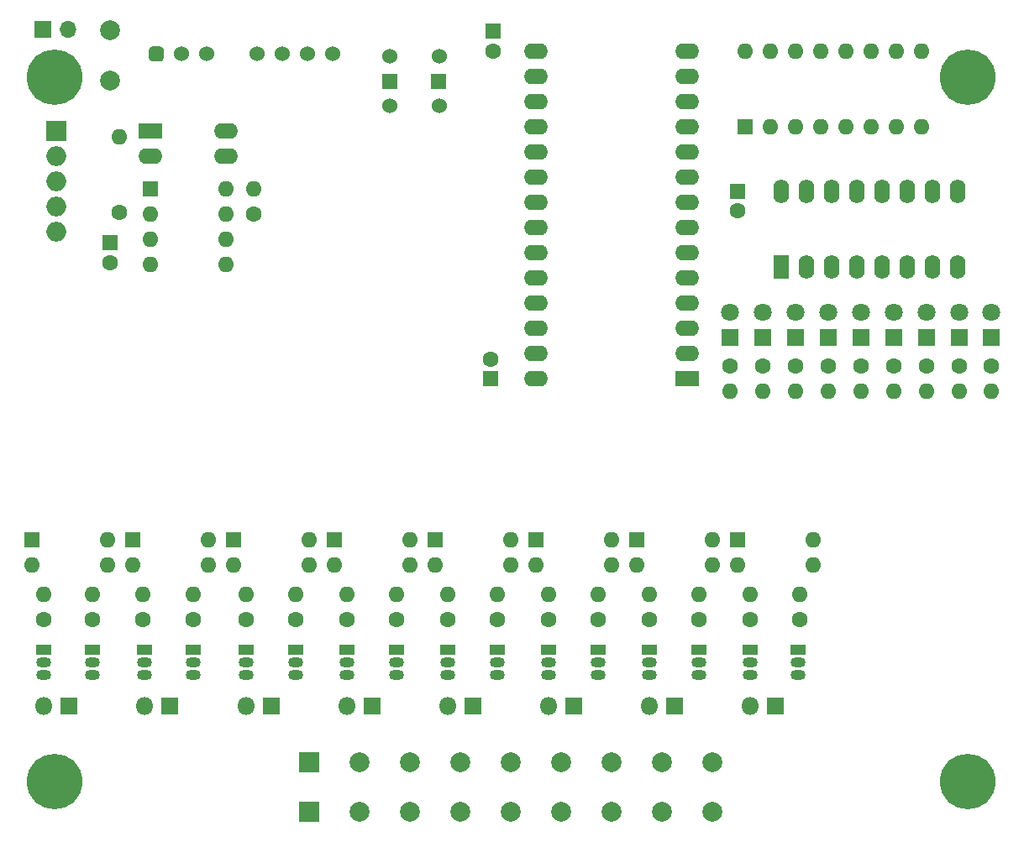
<source format=gbs>
G04 #@! TF.GenerationSoftware,KiCad,Pcbnew,5.1.10-88a1d61d58~90~ubuntu20.04.1*
G04 #@! TF.CreationDate,2022-11-06T15:19:46+00:00*
G04 #@! TF.ProjectId,PDJRSIM,53494d31-3038-42e6-9b69-6361645f7063,221101*
G04 #@! TF.SameCoordinates,Original*
G04 #@! TF.FileFunction,Soldermask,Bot*
G04 #@! TF.FilePolarity,Negative*
%FSLAX46Y46*%
G04 Gerber Fmt 4.6, Leading zero omitted, Abs format (unit mm)*
G04 Created by KiCad (PCBNEW 5.1.10-88a1d61d58~90~ubuntu20.04.1) date 2022-11-06 15:19:46*
%MOMM*%
%LPD*%
G01*
G04 APERTURE LIST*
%ADD10C,1.524000*%
%ADD11R,2.000000X2.000000*%
%ADD12C,2.000000*%
%ADD13C,1.600000*%
%ADD14R,1.600000X1.600000*%
%ADD15C,3.600000*%
%ADD16C,5.600000*%
%ADD17R,1.500000X1.500000*%
%ADD18O,1.600000X1.600000*%
%ADD19R,1.500000X1.050000*%
%ADD20O,1.500000X1.050000*%
%ADD21C,1.800000*%
%ADD22R,1.800000X1.800000*%
%ADD23O,2.000000X2.000000*%
%ADD24O,1.800000X1.800000*%
%ADD25O,2.400000X1.600000*%
%ADD26R,2.400000X1.600000*%
%ADD27O,1.600000X2.400000*%
%ADD28R,1.600000X2.400000*%
%ADD29O,1.700000X1.700000*%
%ADD30R,1.700000X1.700000*%
G04 APERTURE END LIST*
D10*
X57709000Y-29820000D03*
X62709000Y-29820000D03*
X57709000Y-24820000D03*
X62709000Y-24820000D03*
D11*
X49657000Y-101067000D03*
D12*
X54737000Y-101067000D03*
X59817000Y-101067000D03*
X64897000Y-101067000D03*
X69977000Y-101067000D03*
X75057000Y-101067000D03*
X80137000Y-101067000D03*
X85217000Y-101067000D03*
X90297000Y-101067000D03*
X59817000Y-96067000D03*
X90297000Y-96067000D03*
D11*
X49657000Y-96067000D03*
D12*
X80137000Y-96067000D03*
X85217000Y-96067000D03*
X69977000Y-96067000D03*
X54737000Y-96067000D03*
X75057000Y-96067000D03*
X64897000Y-96067000D03*
G36*
G01*
X33452000Y-24994000D02*
X33452000Y-24232000D01*
G75*
G02*
X33833000Y-23851000I381000J0D01*
G01*
X34595000Y-23851000D01*
G75*
G02*
X34976000Y-24232000I0J-381000D01*
G01*
X34976000Y-24994000D01*
G75*
G02*
X34595000Y-25375000I-381000J0D01*
G01*
X33833000Y-25375000D01*
G75*
G02*
X33452000Y-24994000I0J381000D01*
G01*
G37*
D10*
X36754000Y-24613000D03*
X39294000Y-24613000D03*
X44374000Y-24613000D03*
X46914000Y-24613000D03*
X49454000Y-24613000D03*
X51994000Y-24613000D03*
D13*
X68123000Y-24327000D03*
D14*
X68123000Y-22327000D03*
D15*
X116002500Y-97994000D03*
D16*
X116002500Y-97994000D03*
X24002500Y-97994000D03*
D15*
X24002500Y-97994000D03*
D17*
X57721500Y-27343500D03*
X62674500Y-27343500D03*
D18*
X115125500Y-58649000D03*
D13*
X115125500Y-56109000D03*
D18*
X111823500Y-58649000D03*
D13*
X111823500Y-56109000D03*
D18*
X108521500Y-58649000D03*
D13*
X108521500Y-56109000D03*
D18*
X105219500Y-58649000D03*
D13*
X105219500Y-56109000D03*
D18*
X101917500Y-58649000D03*
D13*
X101917500Y-56109000D03*
D18*
X98615500Y-58649000D03*
D13*
X98615500Y-56109000D03*
D18*
X95313500Y-58649000D03*
D13*
X95313500Y-56109000D03*
D18*
X92011500Y-58649000D03*
D13*
X92011500Y-56109000D03*
D19*
X83947000Y-84684000D03*
D20*
X83947000Y-87224000D03*
X83947000Y-85954000D03*
D18*
X43993000Y-38202000D03*
D13*
X43993000Y-40742000D03*
X67945000Y-55379000D03*
D14*
X67945000Y-57379000D03*
D18*
X118364000Y-58649000D03*
D13*
X118364000Y-56109000D03*
D21*
X118364000Y-50648000D03*
D22*
X118364000Y-53188000D03*
D18*
X80137000Y-73635000D03*
X72517000Y-76175000D03*
X80137000Y-76175000D03*
D14*
X72517000Y-73635000D03*
D18*
X100457000Y-73635000D03*
X92837000Y-76175000D03*
X100457000Y-76175000D03*
D14*
X92837000Y-73635000D03*
D18*
X90297000Y-73635000D03*
X82677000Y-76175000D03*
X90297000Y-76175000D03*
D14*
X82677000Y-73635000D03*
D18*
X69977000Y-73635000D03*
X62357000Y-76175000D03*
X69977000Y-76175000D03*
D14*
X62357000Y-73635000D03*
D18*
X59817000Y-73635000D03*
X52197000Y-76175000D03*
X59817000Y-76175000D03*
D14*
X52197000Y-73635000D03*
D18*
X49657000Y-73635000D03*
X42037000Y-76175000D03*
X49657000Y-76175000D03*
D14*
X42037000Y-73635000D03*
D18*
X39497000Y-73635000D03*
X31877000Y-76175000D03*
X39497000Y-76175000D03*
D14*
X31877000Y-73635000D03*
D18*
X29337000Y-73635000D03*
X21717000Y-76175000D03*
X29337000Y-76175000D03*
D14*
X21717000Y-73635000D03*
D18*
X94107000Y-79096000D03*
D13*
X94107000Y-81636000D03*
D18*
X99060000Y-79096000D03*
D13*
X99060000Y-81636000D03*
D18*
X83947000Y-79096000D03*
D13*
X83947000Y-81636000D03*
D18*
X88900000Y-79096000D03*
D13*
X88900000Y-81636000D03*
D18*
X73787000Y-79096000D03*
D13*
X73787000Y-81636000D03*
D18*
X78740000Y-79096000D03*
D13*
X78740000Y-81636000D03*
D18*
X63627000Y-79096000D03*
D13*
X63627000Y-81636000D03*
D18*
X68580000Y-79096000D03*
D13*
X68580000Y-81636000D03*
D18*
X53467000Y-79096000D03*
D13*
X53467000Y-81636000D03*
D18*
X58420000Y-79096000D03*
D13*
X58420000Y-81636000D03*
D18*
X43307000Y-79096000D03*
D13*
X43307000Y-81636000D03*
D18*
X48260000Y-79096000D03*
D13*
X48260000Y-81636000D03*
D18*
X32893000Y-79096000D03*
D13*
X32893000Y-81636000D03*
D18*
X37973000Y-79096000D03*
D13*
X37973000Y-81636000D03*
D18*
X22860000Y-79096000D03*
D13*
X22860000Y-81636000D03*
D18*
X27813000Y-79096000D03*
D13*
X27813000Y-81636000D03*
D18*
X30480000Y-32995000D03*
D13*
X30480000Y-40615000D03*
D19*
X98933000Y-84684000D03*
D20*
X98933000Y-87224000D03*
X98933000Y-85954000D03*
D19*
X94107000Y-84684000D03*
D20*
X94107000Y-87224000D03*
X94107000Y-85954000D03*
D19*
X88900000Y-84684000D03*
D20*
X88900000Y-87224000D03*
X88900000Y-85954000D03*
D19*
X78740000Y-84684000D03*
D20*
X78740000Y-87224000D03*
X78740000Y-85954000D03*
D19*
X73787000Y-84684000D03*
D20*
X73787000Y-87224000D03*
X73787000Y-85954000D03*
D19*
X68580000Y-84684000D03*
D20*
X68580000Y-87224000D03*
X68580000Y-85954000D03*
D19*
X63627000Y-84684000D03*
D20*
X63627000Y-87224000D03*
X63627000Y-85954000D03*
D19*
X58420000Y-84684000D03*
D20*
X58420000Y-87224000D03*
X58420000Y-85954000D03*
D19*
X53467000Y-84684000D03*
D20*
X53467000Y-87224000D03*
X53467000Y-85954000D03*
D19*
X48260000Y-84684000D03*
D20*
X48260000Y-87224000D03*
X48260000Y-85954000D03*
D19*
X43307000Y-84684000D03*
D20*
X43307000Y-87224000D03*
X43307000Y-85954000D03*
D19*
X37973000Y-84684000D03*
D20*
X37973000Y-87224000D03*
X37973000Y-85954000D03*
D19*
X33020000Y-84684000D03*
D20*
X33020000Y-87224000D03*
X33020000Y-85954000D03*
D19*
X27813000Y-84684000D03*
D20*
X27813000Y-87224000D03*
X27813000Y-85954000D03*
D19*
X22860000Y-84684000D03*
D20*
X22860000Y-87224000D03*
X22860000Y-85954000D03*
D23*
X24130000Y-42520000D03*
X24130000Y-39980000D03*
X24130000Y-37440000D03*
X24130000Y-34900000D03*
D11*
X24130000Y-32360000D03*
D24*
X94107000Y-90399000D03*
D22*
X96647000Y-90399000D03*
D24*
X83947000Y-90399000D03*
D22*
X86487000Y-90399000D03*
D24*
X73787000Y-90399000D03*
D22*
X76327000Y-90399000D03*
D24*
X63627000Y-90399000D03*
D22*
X66167000Y-90399000D03*
D24*
X53467000Y-90399000D03*
D22*
X56007000Y-90399000D03*
D24*
X43307000Y-90399000D03*
D22*
X45847000Y-90399000D03*
D24*
X33020000Y-90399000D03*
D22*
X35560000Y-90399000D03*
D24*
X22860000Y-90399000D03*
D22*
X25400000Y-90399000D03*
D13*
X29515000Y-45663000D03*
D14*
X29515000Y-43663000D03*
D13*
X92761000Y-40456000D03*
D14*
X92761000Y-38456000D03*
D25*
X72441000Y-57379000D03*
X87681000Y-24359000D03*
X72441000Y-54839000D03*
X87681000Y-26899000D03*
X72441000Y-52299000D03*
X87681000Y-29439000D03*
X72441000Y-49759000D03*
X87681000Y-31979000D03*
X72441000Y-47219000D03*
X87681000Y-34519000D03*
X72441000Y-44679000D03*
X87681000Y-37059000D03*
X72441000Y-42139000D03*
X87681000Y-39599000D03*
X72441000Y-39599000D03*
X87681000Y-42139000D03*
X72441000Y-37059000D03*
X87681000Y-44679000D03*
X72441000Y-34519000D03*
X87681000Y-47219000D03*
X72441000Y-31979000D03*
X87681000Y-49759000D03*
X72441000Y-29439000D03*
X87681000Y-52299000D03*
X72441000Y-26899000D03*
X87681000Y-54839000D03*
X72441000Y-24359000D03*
D26*
X87681000Y-57379000D03*
D18*
X93523000Y-24359000D03*
X111303000Y-31979000D03*
X96063000Y-24359000D03*
X108763000Y-31979000D03*
X98603000Y-24359000D03*
X106223000Y-31979000D03*
X101143000Y-24359000D03*
X103683000Y-31979000D03*
X103683000Y-24359000D03*
X101143000Y-31979000D03*
X106223000Y-24359000D03*
X98603000Y-31979000D03*
X108763000Y-24359000D03*
X96063000Y-31979000D03*
X111303000Y-24359000D03*
D14*
X93523000Y-31979000D03*
D21*
X115113000Y-50648000D03*
D22*
X115113000Y-53188000D03*
D21*
X111811000Y-50648000D03*
D22*
X111811000Y-53188000D03*
D27*
X97206000Y-38456000D03*
X114986000Y-46076000D03*
X99746000Y-38456000D03*
X112446000Y-46076000D03*
X102286000Y-38456000D03*
X109906000Y-46076000D03*
X104826000Y-38456000D03*
X107366000Y-46076000D03*
X107366000Y-38456000D03*
X104826000Y-46076000D03*
X109906000Y-38456000D03*
X102286000Y-46076000D03*
X112446000Y-38456000D03*
X99746000Y-46076000D03*
X114986000Y-38456000D03*
D28*
X97206000Y-46076000D03*
D21*
X108509000Y-50648000D03*
D22*
X108509000Y-53188000D03*
D21*
X105207000Y-50648000D03*
D22*
X105207000Y-53188000D03*
D25*
X41199000Y-32360000D03*
X33579000Y-34900000D03*
X41199000Y-34900000D03*
D26*
X33579000Y-32360000D03*
D15*
X23995000Y-26999000D03*
D16*
X23995000Y-26999000D03*
X115995000Y-26999000D03*
D15*
X115995000Y-26999000D03*
D21*
X101905000Y-50648000D03*
D22*
X101905000Y-53188000D03*
D21*
X98603000Y-50648000D03*
D22*
X98603000Y-53188000D03*
D21*
X95301000Y-50648000D03*
D22*
X95301000Y-53188000D03*
D21*
X91999000Y-50648000D03*
D22*
X91999000Y-53188000D03*
D18*
X41199000Y-38202000D03*
X33579000Y-45822000D03*
X41199000Y-40742000D03*
X33579000Y-43282000D03*
X41199000Y-43282000D03*
X33579000Y-40742000D03*
X41199000Y-45822000D03*
D14*
X33579000Y-38202000D03*
D29*
X25324000Y-22098000D03*
D30*
X22784000Y-22098000D03*
D12*
X29525000Y-22200000D03*
X29515000Y-27280000D03*
M02*

</source>
